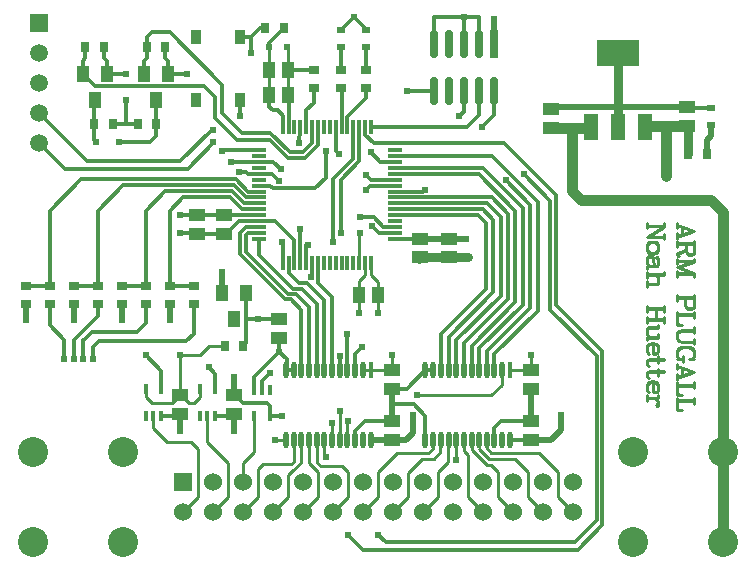
<source format=gtl>
%FSTAX23Y23*%
%MOIN*%
%SFA1B1*%

%IPPOS*%
%ADD10R,0.052000X0.042500*%
%ADD11R,0.042500X0.052000*%
%ADD12R,0.031500X0.023620*%
%ADD13R,0.034000X0.031000*%
%ADD14R,0.031000X0.034000*%
%ADD15R,0.032000X0.050000*%
%ADD16R,0.047240X0.011810*%
%ADD17R,0.011810X0.047240*%
%ADD18R,0.017720X0.057090*%
%ADD19O,0.017720X0.057090*%
%ADD20R,0.140000X0.089000*%
%ADD21R,0.047000X0.086000*%
%ADD22R,0.040000X0.055000*%
%ADD23R,0.016000X0.035000*%
%ADD24R,0.029920X0.094490*%
%ADD25O,0.029920X0.094490*%
%ADD26C,0.012000*%
%ADD27C,0.020000*%
%ADD28C,0.030000*%
%ADD29C,0.010000*%
%ADD30C,0.035000*%
%ADD31R,0.060000X0.060000*%
%ADD32C,0.060000*%
%ADD33C,0.100000*%
%ADD34R,0.059060X0.059060*%
%ADD35C,0.059060*%
%ADD36C,0.024000*%
%ADD37C,0.030000*%
%LNtop-1*%
%LPD*%
G54D10*
X01295Y00606D03*
Y00543D03*
Y00713D03*
Y00776D03*
X01825Y01583D03*
Y01646D03*
X0228Y01588D03*
Y01651D03*
X0092Y00946D03*
Y00883D03*
X00735Y0129D03*
Y01227D03*
X00645D03*
Y0129D03*
X0139Y01212D03*
Y0115D03*
X01485Y01212D03*
Y0115D03*
X0176Y00606D03*
Y00543D03*
Y00713D03*
Y00776D03*
X0059Y00691D03*
Y00628D03*
X0077Y00691D03*
Y00628D03*
G54D11*
X00887Y01775D03*
X0095D03*
X00887Y0169D03*
X0095D03*
X01251Y01025D03*
X01188D03*
G54D12*
X0236Y01591D03*
Y01648D03*
X0121Y01851D03*
Y01908D03*
X01125Y01851D03*
Y01908D03*
G54D13*
X01035Y01775D03*
Y01714D03*
X00635Y01055D03*
Y00994D03*
X00475Y01055D03*
Y00994D03*
X00315Y01055D03*
Y00994D03*
X00155Y01055D03*
Y00994D03*
X00555D03*
Y01055D03*
X00395Y00994D03*
Y01055D03*
X00235Y00994D03*
Y01055D03*
X00075Y00994D03*
Y01055D03*
X0121Y01775D03*
Y01714D03*
X01125Y01775D03*
Y01714D03*
G54D14*
X008Y00855D03*
X00739D03*
X02284Y01495D03*
X02345D03*
X00874Y01915D03*
X00935D03*
X00274Y0185D03*
X00335D03*
X00479D03*
X0054D03*
X0051Y01595D03*
X00449D03*
X00304D03*
X00365D03*
G54D15*
X00644Y01675D03*
Y01885D03*
X0079Y01675D03*
Y01885D03*
G54D16*
X00853Y01507D03*
Y01487D03*
Y01468D03*
Y01448D03*
Y01428D03*
Y01409D03*
Y01389D03*
Y01369D03*
Y0135D03*
Y0133D03*
Y0131D03*
Y01291D03*
Y01271D03*
Y01251D03*
Y01232D03*
Y01212D03*
X01306D03*
Y01232D03*
Y01251D03*
Y01271D03*
Y01291D03*
Y0131D03*
Y0133D03*
Y0135D03*
Y01369D03*
Y01389D03*
Y01409D03*
Y01428D03*
Y01448D03*
Y01468D03*
Y01487D03*
Y01507D03*
G54D17*
X00932Y01133D03*
X00952D03*
X00971D03*
X00991D03*
X01011D03*
X0103D03*
X0105D03*
X0107D03*
X01089D03*
X01109D03*
X01129D03*
X01148D03*
X01168D03*
X01188D03*
X01207D03*
X01227D03*
Y01586D03*
X01207D03*
X01188D03*
X01168D03*
X01148D03*
X01129D03*
X01109D03*
X01089D03*
X0107D03*
X0105D03*
X0103D03*
X01011D03*
X00991D03*
X00971D03*
X00952D03*
X00932D03*
G54D18*
X01225Y00775D03*
X0169D03*
G54D19*
X01199Y00775D03*
X01173D03*
X01148D03*
X01122D03*
X01097D03*
X01071D03*
X01045D03*
X0102D03*
X00994D03*
X00969D03*
X00943D03*
X01225Y00542D03*
X01199D03*
X01173D03*
X01148D03*
X01122D03*
X01097D03*
X01071D03*
X01045D03*
X0102D03*
X00994D03*
X00969D03*
X00943D03*
X01664Y00775D03*
X01638D03*
X01613D03*
X01587D03*
X01562D03*
X01536D03*
X0151D03*
X01485D03*
X01459D03*
X01434D03*
X01408D03*
X0169Y00542D03*
X01664D03*
X01638D03*
X01613D03*
X01587D03*
X01562D03*
X01536D03*
X0151D03*
X01485D03*
X01459D03*
X01434D03*
X01408D03*
G54D20*
X0205Y0183D03*
G54D21*
X0196Y01586D03*
X0205D03*
X0214D03*
G54D22*
X0073Y01031D03*
X0081D03*
X0077Y00945D03*
X0047Y01761D03*
X0055D03*
X0051Y01675D03*
X00265Y01761D03*
X00345D03*
X00305Y01675D03*
G54D23*
X00475Y00623D03*
X00501D03*
X00527D03*
Y0071D03*
X00475D03*
X00655Y00623D03*
X00681D03*
X00707D03*
Y0071D03*
X00655D03*
X0089Y00707D03*
X00864D03*
X00838D03*
Y0062D03*
X0089D03*
G54D24*
X01635Y0186D03*
G54D25*
X01585Y0186D03*
X01535D03*
X01485D03*
X01435D03*
X01635Y01706D03*
X01585D03*
X01535D03*
X01485D03*
X01435D03*
G54D26*
X01435Y0195D02*
X01535D01*
X01435Y0186D02*
Y0195D01*
X01535D02*
X01585D01*
Y0186D02*
Y0195D01*
X01535Y0186D02*
Y0195D01*
X0103Y0109D02*
Y01133D01*
X01026Y01086D02*
X0103Y0109D01*
X01011Y01133D02*
Y01188D01*
X0101Y0119D02*
X01011Y01188D01*
X0101Y0119D02*
X01015D01*
X00864Y00739D02*
X0089Y00765D01*
X00864Y00707D02*
Y00739D01*
X00991Y01133D02*
Y01246D01*
X0105Y01064D02*
Y01133D01*
X01125Y01409D02*
X01188Y01472D01*
Y01586*
X01168Y01478D02*
Y01586D01*
X011Y0141D02*
X01168Y01478D01*
X011Y012D02*
Y0141D01*
X00985Y01064D02*
X01014D01*
X00952Y01097D02*
X00985Y01064D01*
X00952Y01097D02*
Y01133D01*
X00645Y0129D02*
X00735D01*
X0096Y0101D02*
X00994Y00975D01*
Y00775D02*
Y00975D01*
X00978Y01028D02*
X0102Y00985D01*
Y00775D02*
Y00985D01*
X00996Y01046D02*
X01045Y00996D01*
Y00775D02*
Y00996D01*
X01014Y01064D02*
X01071Y01007D01*
X01306Y01369D02*
X01399D01*
X01405Y01375*
X0125Y00225D02*
X01275Y002D01*
X0115Y00225D02*
X012Y00175D01*
X01824Y00975D02*
Y01339D01*
Y00975D02*
X0198Y0082D01*
X01737Y01427D02*
X01824Y01339D01*
X01842Y00992D02*
Y01357D01*
Y00992D02*
X01998Y00837D01*
Y00257D02*
Y00837D01*
X01915Y00175D02*
X01998Y00257D01*
X0198Y00275D02*
Y0082D01*
X012Y00175D02*
X01915D01*
X01905Y002D02*
X0198Y00275D01*
X01275Y002D02*
X01905D01*
X01675Y01409D02*
X01758Y01326D01*
X01631Y01487D02*
X01782Y01336D01*
X01306Y01487D02*
X01631D01*
X016Y01448D02*
X01733Y01316D01*
X01306Y01448D02*
X016D01*
X01585Y01428D02*
X01708Y01305D01*
X01306Y01428D02*
X01585D01*
X01629Y0135D02*
X01684Y01295D01*
X01306Y0135D02*
X01629D01*
X01614Y0133D02*
X01659Y01285D01*
X01306Y0133D02*
X01614D01*
X01306Y0131D02*
X01599D01*
X01306Y01291D02*
X01583D01*
X01782Y00972D02*
Y01336D01*
X01638Y00828D02*
X01782Y00972D01*
X01758Y00983D02*
Y01326D01*
X01613Y00838D02*
X01758Y00983D01*
X01733Y00993D02*
Y01316D01*
X01587Y00847D02*
X01733Y00993D01*
X01708Y01003D02*
Y01305D01*
X01562Y00856D02*
X01708Y01003D01*
X01684Y01013D02*
Y01295D01*
X01536Y00866D02*
X01684Y01013D01*
X01659Y01023D02*
Y01285D01*
X0151Y00875D02*
X01659Y01023D01*
X01459Y00775D02*
Y00894D01*
X01485Y00775D02*
Y00884D01*
X0151Y00775D02*
Y00875D01*
X01536Y00775D02*
Y00866D01*
X01562Y00775D02*
Y00856D01*
X01587Y00775D02*
Y00847D01*
X01613Y00775D02*
Y00838D01*
X01638Y00775D02*
Y00828D01*
X00345Y01761D02*
Y01805D01*
X00335Y01814D02*
X00345Y01805D01*
X00335Y01814D02*
Y0185D01*
X0054Y01814D02*
Y0185D01*
Y01814D02*
X0055Y01805D01*
Y01761D02*
Y01805D01*
X0051Y01595D02*
Y01674D01*
Y01555D02*
Y01595D01*
X0049Y01535D02*
X0051Y01555D01*
X00385Y01535D02*
X0049D01*
X00304Y01595D02*
Y01674D01*
Y01541D02*
Y01595D01*
Y01541D02*
X00311Y01535D01*
X01295Y0066D02*
X0137D01*
X01408Y00621*
Y00542D02*
Y00621D01*
X01206Y00606D02*
X01295D01*
X01173Y00573D02*
X01206Y00606D01*
X01173Y00542D02*
Y00573D01*
X01638Y00542D02*
Y00583D01*
X01661Y00606*
X0176*
X01295Y00713D02*
X01347D01*
X01408Y00775*
X01434*
X00635Y00895D02*
Y00994D01*
X0061Y0087D02*
X00635Y00895D01*
X0032Y0087D02*
X0061D01*
X003Y0085D02*
X0032Y0087D01*
X003Y0081D02*
Y0085D01*
X00475Y0093D02*
Y00994D01*
X00445Y009D02*
X00475Y0093D01*
X00295Y009D02*
X00445D01*
X0027Y00875D02*
X00295Y009D01*
X00268Y00875D02*
X0027D01*
X00268Y0081D02*
Y00875D01*
X00155Y00924D02*
X00204Y00875D01*
X00155Y00924D02*
Y00994D01*
X00204Y0081D02*
Y00875D01*
X00315Y00954D02*
Y00994D01*
X00236Y00875D02*
X00315Y00954D01*
X00236Y0081D02*
Y00875D01*
X00838Y00753D02*
X0092Y00835D01*
X00838Y00707D02*
Y00753D01*
X0092Y00835D02*
Y00883D01*
Y00835D02*
X00945Y0081D01*
Y00776D02*
Y0081D01*
X00943Y00775D02*
X00945Y00776D01*
X00943Y00775D02*
X00969D01*
X00932Y01133D02*
Y01197D01*
X0085Y00946D02*
X0092D01*
X00811D02*
X0085D01*
X0081Y00864D02*
Y01031D01*
X008Y00855D02*
X0081Y00864D01*
X0089Y0062D02*
X0092D01*
X0089D02*
Y00655D01*
X0088Y00665D02*
X0089Y00655D01*
X008Y00665D02*
X0088D01*
X00773Y00691D02*
X008Y00665D01*
X0077Y00691D02*
X00773D01*
X00707Y00623D02*
X00764D01*
X00527D02*
X00584D01*
X0169Y00542D02*
X01758D01*
X00853Y01157D02*
X00965Y01046D01*
X00853Y01157D02*
Y01212D01*
X00965Y01046D02*
X00996D01*
X00817Y01232D02*
X00853D01*
X0081Y01168D02*
X0095Y01028D01*
X00978*
X0081Y01225D02*
X00817Y01232D01*
X0081Y01168D02*
Y01225D01*
X0079Y0116D02*
Y0123D01*
Y0116D02*
X0094Y0101D01*
X0096*
X00736Y01291D02*
X00853D01*
X00743Y01227D02*
X00787Y01271D01*
X00645Y01227D02*
X00743D01*
X0059Y0129D02*
X00645D01*
X00642Y0123D02*
X00645Y01227D01*
X0059Y0123D02*
X00642D01*
X00395Y01055D02*
X00475D01*
Y01305*
X0054Y0137*
X00555Y01055D02*
Y01305D01*
X006Y0135*
X00555Y01055D02*
X00635D01*
X00235D02*
X00315D01*
Y01305*
X004Y0139*
X00075Y01055D02*
X00155D01*
Y01305*
X0026Y0141*
X00815Y01369D02*
X00853D01*
X00775Y0141D02*
X00815Y01369D01*
X0026Y0141D02*
X00775D01*
X00809Y0135D02*
X00853D01*
X00769Y0139D02*
X00809Y0135D01*
X004Y0139D02*
X00769D01*
X00803Y0133D02*
X00853D01*
X00764Y0137D02*
X00803Y0133D01*
X0054Y0137D02*
X00764D01*
X00797Y0131D02*
X00853D01*
X00758Y0135D02*
X00797Y0131D01*
X006Y0135D02*
X00758D01*
X00475Y00825D02*
X00527Y00773D01*
Y0071D02*
Y00773D01*
X00707Y0071D02*
Y00763D01*
X00685Y00785D02*
X00707Y00763D01*
X00785Y01435D02*
X0081D01*
X00816Y01428*
X00853*
X0076Y01468D02*
X00853D01*
X0076Y01468D02*
X0076Y01468D01*
X0041Y01595D02*
Y01675D01*
X00365Y01595D02*
X0041D01*
X00449*
X00991Y01558D02*
Y01586D01*
X00985Y01552D02*
X00991Y01558D01*
X00985Y0153D02*
Y01552D01*
X00952Y01586D02*
Y01687D01*
X00932Y01586D02*
Y01622D01*
X00915Y0164D02*
X00932Y01622D01*
X009Y0164D02*
X00915D01*
X00887Y01652D02*
X009Y0164D01*
X00887Y01652D02*
Y0169D01*
X00955Y015D02*
X01D01*
X00949Y0148D02*
X01005D01*
X00265Y01761D02*
Y01805D01*
X00274Y01814*
Y0185*
X0047Y01761D02*
Y01805D01*
X0048Y01815*
X00265Y01761D02*
X00306Y0172D01*
X0048Y01815D02*
Y01885D01*
X00495Y019*
X00555*
X0095Y01775D02*
X01035D01*
Y01665D02*
Y01714D01*
X01011Y01641D02*
X01035Y01665D01*
X01011Y01586D02*
Y01641D01*
X00345Y01761D02*
X00411D01*
X0055D02*
X00613D01*
X0012Y0153D02*
X00205Y01445D01*
X00615*
X007Y0153*
Y01535*
X0012Y0163D02*
X0028Y0147D01*
X0059*
X00695Y01575*
X007*
X0121Y01375D02*
X01224Y01389D01*
X01306*
X0121Y01425D02*
X01225Y01409D01*
X01306*
X01599Y0131D02*
X01634Y01275D01*
X01485Y00884D02*
X01634Y01034D01*
Y01275*
X01583Y01291D02*
X0161Y01265D01*
X01459Y00894D02*
X0161Y01044D01*
Y01265*
X01235Y0153D02*
X0167D01*
X01842Y01357*
X01207Y01557D02*
X01235Y0153D01*
X01207Y01557D02*
Y01586D01*
X01225Y015D02*
X01256Y01468D01*
X01306*
X02282Y01648D02*
X0236D01*
X0079Y0123D02*
X00811Y01251D01*
X00853*
X00787Y01271D02*
X00908D01*
X00971Y01208*
Y01133D02*
Y01208D01*
X0073Y01505D02*
X00732Y01507D01*
X00853*
X01125Y0123D02*
Y01409D01*
X01071Y00775D02*
Y01007D01*
X01097Y00775D02*
Y01017D01*
X0105Y01064D02*
X01097Y01017D01*
X01173Y00775D02*
Y00828D01*
X01195Y0085*
X01148Y00775D02*
Y00891D01*
X01122Y00775D02*
Y00822D01*
X01Y015D02*
X0103Y0153D01*
Y01586*
X01005Y0148D02*
X0105Y01525D01*
Y01586*
X01109Y01505D02*
X0112Y01495D01*
X01109Y01505D02*
Y01586D01*
X01125Y01775D02*
Y01851D01*
X0121Y01775D02*
Y01851D01*
Y01908D02*
Y0191D01*
X0117Y0195D02*
X0121Y0191D01*
X01125Y01908D02*
X01128D01*
X0117Y0195*
X01129Y01586D02*
Y0171D01*
X01125Y01714D02*
X01129Y0171D01*
X01148Y01586D02*
Y01618D01*
X0121Y0168*
Y01714*
X00889Y0154D02*
X00949Y0148D01*
X00779Y0154D02*
X00889D01*
X00795Y01565D02*
X0089D01*
X00955Y015*
X0073Y0163D02*
X00795Y01565D01*
X0073Y0163D02*
Y01725D01*
X00555Y019D02*
X0073Y01725D01*
X00705Y01615D02*
X00779Y0154D01*
X00705Y01615D02*
Y01685D01*
X00669Y0172D02*
X00705Y01685D01*
X00306Y0172D02*
X00669D01*
X0079Y0162D02*
Y01675D01*
X00885Y01864D02*
X00935Y01915D01*
X00885Y0185D02*
Y01864D01*
X00855Y01915D02*
X00874D01*
X00825Y01885D02*
X00855Y01915D01*
X0079Y01885D02*
X00825D01*
Y0183D02*
Y01885D01*
X01306Y01212D02*
X01387D01*
X01041Y01381D02*
X01075Y01415D01*
Y01505*
X00853Y01428D02*
X00896D01*
X0092Y01405*
X0123Y01255D02*
X01252Y01232D01*
X01306*
X00853Y01468D02*
X00901D01*
X00925Y01445*
X0119Y01285D02*
X01235D01*
X01268Y01251*
X01306*
X00853Y01389D02*
X0089D01*
X00899Y01381*
X01041*
X01635Y01625D02*
Y01706D01*
X01595Y01585D02*
X01635Y01625D01*
X01585D02*
Y01706D01*
X01546Y01586D02*
X01585Y01625D01*
X01227Y01586D02*
X01546D01*
X01535Y01635D02*
Y01706D01*
X0152Y0162D02*
X01535Y01635D01*
X01348Y01706D02*
X01435D01*
G54D27*
X01635Y0186D02*
Y01945D01*
X0139Y01212D02*
X01485D01*
X0073Y01031D02*
Y011D01*
X01225Y00542D02*
X01342D01*
X00075Y0094D02*
Y00994D01*
X00235Y0094D02*
Y00994D01*
X00395Y0094D02*
Y00994D01*
X00555Y0094D02*
Y00994D01*
X0176Y00606D02*
Y0066D01*
X0186Y00575D02*
Y00625D01*
X01828Y00543D02*
X0186Y00575D01*
X0176Y00543D02*
X01828D01*
X01342Y00542D02*
X01365Y00565D01*
Y00625*
X01295Y00606D02*
Y0066D01*
Y00713*
X0077Y0057D02*
Y00628D01*
X0059Y0057D02*
Y00628D01*
X0205Y01651D02*
X0228D01*
X0183D02*
X0205D01*
X0176Y0066D02*
Y00713D01*
X0077Y0075D02*
D01*
Y00691D02*
Y0075D01*
X02345Y01495D02*
Y0154D01*
X0236Y01555*
Y01591*
X01388Y01211D02*
X0139Y01212D01*
X01485D02*
X01542D01*
G54D28*
X0139Y0115D02*
X01485D01*
X0205Y0166D02*
Y01755D01*
Y0183*
Y0166D02*
Y01651D01*
Y01586D02*
Y01651D01*
X02284Y01495D02*
Y01584D01*
X0228Y01588D02*
X02284Y01584D01*
X01386Y01146D02*
X0139Y0115D01*
X01485D02*
X0155D01*
G54D29*
X01148Y00604D02*
X0115Y00606D01*
X01148Y00542D02*
Y00604D01*
X00655Y00825D02*
X00685Y00855D01*
X00739*
X00655Y00685D02*
Y0071D01*
X00635Y00665D02*
X00655Y00685D01*
X0062Y00665D02*
X00635D01*
X00593Y00691D02*
X0062Y00665D01*
X0059Y00691D02*
X00593D01*
X00563Y00665D02*
X0059Y00691D01*
X00495Y00665D02*
X00563D01*
X00475Y00685D02*
X00495Y00665D01*
X00475Y00685D02*
Y0071D01*
X00764Y00623D02*
X0077Y00628D01*
X00584Y00623D02*
X0059Y00628D01*
X00501Y00581D02*
X00547Y00535D01*
X006Y003D02*
X0065Y0035D01*
Y0051*
X00625Y00535D02*
X0065Y0051D01*
X00547Y00535D02*
X00625D01*
X00501Y00581D02*
Y00623D01*
X007Y003D02*
X0075Y0035D01*
Y00465*
X00681Y00534D02*
X0075Y00465D01*
X00681Y00534D02*
Y00623D01*
X008Y004D02*
Y00465D01*
X00838Y00503*
Y0062*
X00887Y0169D02*
Y01775D01*
X00948Y0185D02*
X0095Y01848D01*
X01207Y01092D02*
Y01133D01*
X01227Y01092D02*
Y01133D01*
Y01092D02*
X01251Y01068D01*
Y01025D02*
Y01068D01*
X0096Y0046D02*
X00967Y00466D01*
X00865Y0046D02*
X0096D01*
X0085Y00445D02*
X00865Y0046D01*
X0085Y0035D02*
Y00445D01*
X008Y003D02*
X0085Y0035D01*
X00968Y0044D02*
X00994Y00465D01*
X00965Y0044D02*
X00968D01*
X0095Y00425D02*
X00965Y0044D01*
X0095Y0035D02*
Y00425D01*
X009Y003D02*
X0095Y0035D01*
X0102Y00464D02*
X0105Y00435D01*
Y0035D02*
Y00435D01*
X01Y003D02*
X0105Y0035D01*
X01047Y00466D02*
X01059Y00455D01*
X0113*
X0115Y00435*
Y0035D02*
Y00435D01*
X011Y003D02*
X0115Y0035D01*
X0185D02*
X019Y003D01*
X0185Y0035D02*
Y00435D01*
X01785Y00499D02*
X0185Y00435D01*
X01628Y00499D02*
X01785D01*
X01613Y00514D02*
X01628Y00499D01*
X01613Y00514D02*
Y00542D01*
X0175Y0035D02*
X018Y003D01*
X0175Y0035D02*
Y00435D01*
X01705Y00479D02*
X0175Y00435D01*
X0162Y00479D02*
X01705D01*
X01587Y00512D02*
X0162Y00479D01*
X01563Y00507D02*
X01612Y00459D01*
X01563Y00507D02*
Y0054D01*
X01562Y00542D02*
X01563Y0054D01*
X0155Y0035D02*
X016Y003D01*
X01538Y00505D02*
X0155Y00493D01*
X01538Y00505D02*
Y0054D01*
X0165Y0035D02*
X017Y003D01*
X01612Y00459D02*
X01625D01*
X0165Y00435*
Y0035D02*
Y00435D01*
X0155Y0035D02*
Y00493D01*
X0151Y00475D02*
Y00542D01*
X01483Y00541D02*
X01485Y00542D01*
X01483Y00468D02*
Y00541D01*
X0145Y00435D02*
X01483Y00468D01*
X0145Y0035D02*
Y00435D01*
X014Y003D02*
X0145Y0035D01*
X0135D02*
Y00433D01*
X013Y003D02*
X0135Y0035D01*
X012Y003D02*
X0125Y0035D01*
Y00435*
X01314Y00499*
X01418*
X01432Y00513*
Y0054*
X01434Y00542*
X01457Y0054D02*
X01459Y00542D01*
X01457Y00501D02*
Y0054D01*
X01435Y00479D02*
X01457Y00501D01*
X01396Y00479D02*
X01435D01*
X0135Y00433D02*
X01396Y00479D01*
X01071Y00488D02*
Y00542D01*
Y00488D02*
X01075Y00485D01*
X01097Y00542D02*
Y00597D01*
X01122Y00542D02*
X01124Y00544D01*
Y00635*
X01122Y00637D02*
X01124Y00635D01*
X00969Y00468D02*
Y00542D01*
X00994Y00465D02*
Y00542D01*
X0102Y00464D02*
Y00542D01*
X01045Y00468D02*
Y00542D01*
X00907D02*
X00943D01*
X01225Y00775D02*
X01293D01*
X0169D02*
X01758D01*
X0095Y0169D02*
Y01848D01*
X00885Y01777D02*
X00887Y01775D01*
X00885Y01777D02*
Y0185D01*
X0125Y01023D02*
X01251Y01025D01*
X0125Y00965D02*
Y01023D01*
X01185Y0107D02*
X01207Y01092D01*
X01199Y00775D02*
X01225D01*
X01295Y00776D02*
Y00825D01*
X0176Y00776D02*
Y00825D01*
X01664Y00725D02*
Y00775D01*
X01628Y0069D02*
X01664Y00725D01*
X0138Y0069D02*
X01628D01*
X01188Y01228D02*
X0119Y0123D01*
X01188Y01133D02*
Y01228D01*
X01185Y00965D02*
Y0107D01*
X0059Y00691D02*
Y00825D01*
X00655D01*
X02304Y01239D02*
X02245Y01259D01*
X02304Y01239D02*
X02245Y01219D01*
X02296Y01239D02*
X02245Y01222D01*
X02262Y01253D02*
Y01227D01*
X02245Y01265D02*
Y01247D01*
Y0123D02*
Y01213D01*
X02304Y01197D02*
X02245D01*
X02304Y01194D02*
X02245D01*
X02304Y01205D02*
Y01171D01*
X02302Y01163*
X02299Y0116*
X02293Y01157*
X02287*
X02282Y0116*
X02279Y01163*
X02276Y01171*
Y01194*
X02304Y01171D02*
X02302Y01165D01*
X02299Y01163*
X02293Y0116*
X02287*
X02282Y01163*
X02279Y01165*
X02276Y01171*
X02245Y01205D02*
Y01185D01*
X02276Y0118D02*
X02273Y01174D01*
X0227Y01171*
X0225Y01163*
X02247Y0116*
Y01157*
X0225Y01154*
X02273Y01174D02*
X02267Y01171D01*
X02247Y01165*
X02245Y01163*
Y01157*
X0225Y01154*
X02253*
X02304Y01138D02*
X02245D01*
X02304Y01135D02*
X02253Y01118D01*
X02304Y01138D02*
X02245Y01118D01*
X02304Y01098D02*
X02245Y01118D01*
X02304Y01098D02*
X02245D01*
X02304Y01095D02*
X02245D01*
X02304Y01146D02*
Y01135D01*
Y01098D02*
Y01086D01*
X02245Y01146D02*
Y01129D01*
Y01106D02*
Y01086D01*
X02304Y01017D02*
X02245D01*
X02304Y01014D02*
X02245D01*
X02304Y01025D02*
Y00991D01*
X02302Y00983*
X02299Y0098*
X02293Y00977*
X02284*
X02279Y0098*
X02276Y00983*
X02273Y00991*
Y01014*
X02304Y00991D02*
X02302Y00985D01*
X02299Y00983*
X02293Y0098*
X02284*
X02279Y00983*
X02276Y00985*
X02273Y00991*
X02245Y01025D02*
Y01005D01*
X02304Y0096D02*
X02245D01*
X02304Y00957D02*
X02245D01*
X02304Y00969D02*
Y00949D01*
X02245Y00969D02*
Y00926D01*
X02262*
X02245Y00929*
X02304Y00909D02*
X02262D01*
X02253Y00906*
X02247Y009*
X02245Y00892*
Y00886*
X02247Y00877*
X02253Y00872*
X02262Y00869*
X02304*
Y00906D02*
X02262D01*
X02253Y00903*
X02247Y00897*
X02245Y00892*
X02304Y00917D02*
Y00897D01*
Y00877D02*
Y0086D01*
X02296Y00813D02*
X02287Y0081D01*
X02304*
X02296Y00813*
X02302Y00819*
X02304Y00827*
Y00833*
X02302Y00842*
X02296Y00847*
X0229Y0085*
X02282Y00853*
X02267*
X02259Y0085*
X02253Y00847*
X02247Y00842*
X02245Y00833*
Y00827*
X02247Y00819*
X02253Y00813*
X02304Y00833D02*
X02302Y00839D01*
X02296Y00845*
X0229Y00847*
X02282Y0085*
X02267*
X02259Y00847*
X02253Y00845*
X02247Y00839*
X02245Y00833*
X02267Y00813D02*
X02245D01*
X02267Y0081D02*
X02245D01*
X02267Y00822D02*
Y00802D01*
X02304Y00768D02*
X02245Y00788D01*
X02304Y00768D02*
X02245Y00748D01*
X02296Y00768D02*
X02245Y00751D01*
X02262Y00783D02*
Y00757D01*
X02245Y00794D02*
Y00777D01*
Y0076D02*
Y00743D01*
X02304Y00726D02*
X02245D01*
X02304Y00723D02*
X02245D01*
X02304Y00735D02*
Y00715D01*
X02245Y00735D02*
Y00692D01*
X02262*
X02245Y00695*
X02304Y00675D02*
X02245D01*
X02304Y00672D02*
X02245D01*
X02304Y00683D02*
Y00663D01*
X02245Y00683D02*
Y00641D01*
X02262*
X02245Y00643*
X02204Y01256D02*
X02145D01*
X02204Y01253D02*
X0215Y01219D01*
X02199Y01253D02*
X02145Y01219D01*
X02204D02*
X02145D01*
X02204Y01265D02*
Y01253D01*
Y01227D02*
Y0121D01*
X02145Y01265D02*
Y01247D01*
X02184Y01186D02*
X02182Y01194D01*
X02176Y012*
X02167Y01203*
X02162*
X02153Y012*
X02147Y01194*
X02145Y01186*
Y0118*
X02147Y01171*
X02153Y01166*
X02162Y01163*
X02167*
X02176Y01166*
X02182Y01171*
X02184Y0118*
Y01186*
X02182Y01191*
X02176Y01197*
X02167Y012*
X02162*
X02153Y01197*
X02147Y01191*
X02145Y01186*
Y0118D02*
X02147Y01174D01*
X02153Y01169*
X02162Y01166*
X02167*
X02176Y01169*
X02182Y01174*
X02184Y0118*
X02179Y01148D02*
X02176D01*
Y01151*
X02179*
X02182Y01148*
X02184Y01143*
Y01131*
X02182Y01125*
X02179Y01123*
X02173Y0112*
X02153*
X02147Y01117*
X02145Y01114*
X02179Y01123D02*
X02153D01*
X02147Y0112*
X02145Y01114*
Y01111*
X02173Y01123D02*
X0217Y01125D01*
X02167Y01143*
X02165Y01151*
X02159Y01154*
X02153*
X02147Y01151*
X02145Y01143*
Y01134*
X02147Y01128*
X02153Y01123*
X02167Y01143D02*
X02165Y01148D01*
X02159Y01151*
X02153*
X02147Y01148*
X02145Y01143*
X02204Y01094D02*
X02145D01*
X02204Y01091D02*
X02145D01*
X02176D02*
X02182Y01085D01*
X02184Y01077*
Y01071*
X02182Y01063*
X02176Y0106*
X02145*
X02184Y01071D02*
X02182Y01065D01*
X02176Y01063*
X02145*
X02204Y01103D02*
Y01091D01*
X02145Y01103D02*
Y01083D01*
Y01071D02*
Y01051D01*
X02204Y00981D02*
X02145D01*
X02204Y00978D02*
X02145D01*
X02204Y00944D02*
X02145D01*
X02204Y00941D02*
X02145D01*
X02204Y00989D02*
Y00969D01*
Y00952D02*
Y00932D01*
X02176Y00978D02*
Y00944D01*
X02145Y00989D02*
Y00969D01*
Y00952D02*
Y00932D01*
X02184Y00917D02*
X02153D01*
X02147Y00914*
X02145Y00905*
Y00899*
X02147Y00891*
X02153Y00885*
X02184Y00914D02*
X02153D01*
X02147Y00911*
X02145Y00905*
X02184Y00885D02*
X02145D01*
X02184Y00882D02*
X02145D01*
X02184Y00925D02*
Y00914D01*
Y00894D02*
Y00882D01*
X02145Y00885D02*
Y00874D01*
X02167Y00863D02*
Y00829D01*
X02173*
X02179Y00832*
X02182Y00835*
X02184Y0084*
Y00849*
X02182Y00857*
X02176Y00863*
X02167Y00866*
X02162*
X02153Y00863*
X02147Y00857*
X02145Y00849*
Y00843*
X02147Y00835*
X02153Y00829*
X02167Y00832D02*
X02176D01*
X02182Y00835*
X02184Y00849D02*
X02182Y00855D01*
X02176Y0086*
X02167Y00863*
X02162*
X02153Y0086*
X02147Y00855*
X02145Y00849*
Y00803D02*
X02147Y00805D01*
X02156Y00808*
X02204*
Y00811*
X02156*
X02147Y00808*
X02145Y00803*
Y00797*
X02147Y00791*
X02153Y00788*
X02184Y0082D02*
Y00797D01*
X02145Y00761D02*
X02147Y00764D01*
X02156Y00767*
X02204*
Y0077*
X02156*
X02147Y00767*
X02145Y00761*
Y00756*
X02147Y0075*
X02153Y00747*
X02184Y00779D02*
Y00756D01*
X02167Y00735D02*
Y007D01*
X02173*
X02179Y00703*
X02182Y00706*
X02184Y00712*
Y0072*
X02182Y00729*
X02176Y00735*
X02167Y00737*
X02162*
X02153Y00735*
X02147Y00729*
X02145Y0072*
Y00715*
X02147Y00706*
X02153Y007*
X02167Y00703D02*
X02176D01*
X02182Y00706*
X02184Y0072D02*
X02182Y00726D01*
X02176Y00732*
X02167Y00735*
X02162*
X02153Y00732*
X02147Y00726*
X02145Y0072*
X02184Y00683D02*
X02145D01*
X02184Y0068D02*
X02145D01*
X02167D02*
X02176Y00677D01*
X02182Y00671*
X02184Y00665*
Y00657*
X02182Y00654*
X02179*
X02176Y00657*
X02179Y0066*
X02182Y00657*
X02184Y00691D02*
Y0068D01*
X02145Y00691D02*
Y00671D01*
G54D30*
X01825Y01583D02*
X01891D01*
X024Y002D02*
Y005D01*
X0221Y0142D02*
Y01588D01*
X02142D02*
X0221D01*
X0228*
X01895Y0137D02*
Y01583D01*
X01957*
X01895Y0137D02*
X01925Y0134D01*
X0236*
X024Y013*
Y005D02*
Y013D01*
G54D31*
X006Y004D03*
G54D32*
X007Y003D03*
X008D03*
X009D03*
X01D03*
X011D03*
X012D03*
X013D03*
X014D03*
X015D03*
X016D03*
X017D03*
X018D03*
X019D03*
X006D03*
X007Y004D03*
X008D03*
X009D03*
X01D03*
X011D03*
X012D03*
X013D03*
X014D03*
X015D03*
X019D03*
X017D03*
X016D03*
X018D03*
G54D33*
X024Y005D03*
Y002D03*
X021Y005D03*
Y002D03*
X004Y005D03*
Y002D03*
X001Y005D03*
Y002D03*
G54D34*
X0012Y0193D03*
G54D35*
X0012Y0183D03*
Y0173D03*
Y0163D03*
Y0153D03*
G54D36*
X01535Y0195D03*
X01635Y01945D03*
X01026Y01086D03*
X01015Y0119D03*
X0089Y00765D03*
X00991Y01246D03*
X011Y012D03*
X01405Y01375D03*
X01737Y01427D03*
X0125Y00225D03*
X0115D03*
X01675Y01409D03*
X00385Y01535D03*
X00311D03*
X0115Y00606D03*
X003Y0081D03*
X00268D03*
X00204D03*
X00236D03*
X0092Y00835D03*
X0073Y011D03*
X0093Y012D03*
X0085Y00946D03*
X00075Y0094D03*
X00235D03*
X00395D03*
X00555D03*
X0093Y0062D03*
X0186Y00625D03*
X01365D03*
X01295Y0066D03*
X0077Y0057D03*
X0059D03*
X00948Y0185D03*
X0151Y00475D03*
X01075Y00485D03*
X01097Y00597D03*
X01122Y00637D03*
X00907Y00542D03*
X0176Y0066D03*
X0059Y0129D03*
Y0123D03*
X00475Y00825D03*
X00685Y00785D03*
X00785Y01435D03*
X0076Y01468D03*
X0041Y01675D03*
X00985Y0153D03*
X00885Y0185D03*
X00411Y01761D03*
X00613D03*
X007Y01535D03*
Y01575D03*
X0121Y01425D03*
Y01375D03*
X0125Y00965D03*
X01295Y00825D03*
X0176D03*
X0138Y0069D03*
X0119Y0123D03*
X01225Y015D03*
X0077Y0075D03*
X0073Y01505D03*
X01185Y00965D03*
X01125Y0123D03*
X01195Y0085D03*
X01145Y00895D03*
X01122Y00822D03*
X0205Y0166D03*
Y01755D03*
X01075Y01505D03*
X0112Y01495D03*
X0117Y0195D03*
X0079Y0162D03*
X00825Y0183D03*
X0059Y00825D03*
X0155Y0115D03*
X01542Y01212D03*
X0092Y01405D03*
X0123Y01255D03*
X00925Y01445D03*
X0119Y01285D03*
X01595Y01585D03*
X0152Y0162D03*
X01348Y01706D03*
G54D37*
X0221Y0142D03*
Y0152D03*
M02*
</source>
